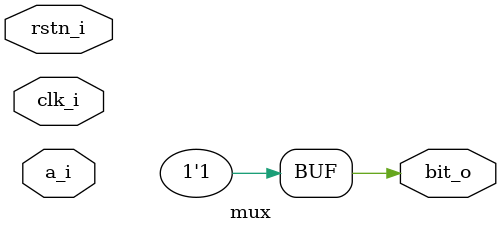
<source format=sv>
module mux(
  input  logic  rstn_i,
  input  logic  clk_i,
  input  logic  a_i,
  output logic  bit_o 
  );
  
  assign bit_o = a_i | 1'b1;
endmodule
</source>
